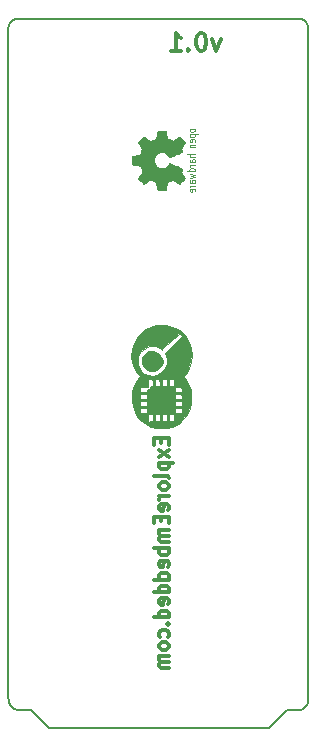
<source format=gbr>
G04 #@! TF.FileFunction,Legend,Bot*
%FSLAX46Y46*%
G04 Gerber Fmt 4.6, Leading zero omitted, Abs format (unit mm)*
G04 Created by KiCad (PCBNEW 4.0.4-stable) date 12/03/16 16:19:23*
%MOMM*%
%LPD*%
G01*
G04 APERTURE LIST*
%ADD10C,0.100000*%
%ADD11C,0.300000*%
%ADD12C,0.150000*%
%ADD13C,0.075000*%
%ADD14C,0.002540*%
G04 APERTURE END LIST*
D10*
D11*
X95310056Y-69071371D02*
X94952913Y-70071371D01*
X94595771Y-69071371D01*
X93738628Y-68571371D02*
X93595771Y-68571371D01*
X93452914Y-68642800D01*
X93381485Y-68714229D01*
X93310056Y-68857086D01*
X93238628Y-69142800D01*
X93238628Y-69499943D01*
X93310056Y-69785657D01*
X93381485Y-69928514D01*
X93452914Y-69999943D01*
X93595771Y-70071371D01*
X93738628Y-70071371D01*
X93881485Y-69999943D01*
X93952914Y-69928514D01*
X94024342Y-69785657D01*
X94095771Y-69499943D01*
X94095771Y-69142800D01*
X94024342Y-68857086D01*
X93952914Y-68714229D01*
X93881485Y-68642800D01*
X93738628Y-68571371D01*
X92595771Y-69928514D02*
X92524343Y-69999943D01*
X92595771Y-70071371D01*
X92667200Y-69999943D01*
X92595771Y-69928514D01*
X92595771Y-70071371D01*
X91095771Y-70071371D02*
X91952914Y-70071371D01*
X91524342Y-70071371D02*
X91524342Y-68571371D01*
X91667199Y-68785657D01*
X91810057Y-68928514D01*
X91952914Y-68999943D01*
D12*
X80807120Y-127451475D02*
X99399920Y-127451475D01*
X80299120Y-126943474D02*
X80807120Y-127451475D01*
X79283120Y-125927474D02*
X80299120Y-126943474D01*
X99907920Y-126943475D02*
X99399920Y-127451475D01*
X100923920Y-125927475D02*
X99907920Y-126943475D01*
X101838320Y-125927474D02*
X100923920Y-125927475D01*
X101838321Y-125927475D02*
G75*
G03X102752720Y-125013074I-1J914400D01*
G01*
X102752720Y-68117075D02*
X102752720Y-125013074D01*
X77352720Y-124860675D02*
X77352720Y-68117075D01*
X79283120Y-125927474D02*
X78216320Y-125927475D01*
X77352719Y-124860674D02*
G75*
G03X78216320Y-125927475I965201J-101600D01*
G01*
X102752719Y-68117074D02*
G75*
G03X101787520Y-67355075I-863599J-101600D01*
G01*
X101787520Y-67355075D02*
X78317921Y-67355075D01*
X78317919Y-67355076D02*
G75*
G03X77352720Y-68117075I-101600J-863599D01*
G01*
D11*
X90287486Y-102909316D02*
X90287486Y-103309316D01*
X90916057Y-103480745D02*
X90916057Y-102909316D01*
X89716057Y-102909316D01*
X89716057Y-103480745D01*
X90916057Y-103880745D02*
X90116057Y-104509316D01*
X90116057Y-103880745D02*
X90916057Y-104509316D01*
X90116057Y-104966459D02*
X91316057Y-104966459D01*
X90173200Y-104966459D02*
X90116057Y-105080745D01*
X90116057Y-105309316D01*
X90173200Y-105423602D01*
X90230343Y-105480745D01*
X90344629Y-105537888D01*
X90687486Y-105537888D01*
X90801771Y-105480745D01*
X90858914Y-105423602D01*
X90916057Y-105309316D01*
X90916057Y-105080745D01*
X90858914Y-104966459D01*
X90916057Y-106223602D02*
X90858914Y-106109316D01*
X90744629Y-106052173D01*
X89716057Y-106052173D01*
X90916057Y-106852173D02*
X90858914Y-106737887D01*
X90801771Y-106680744D01*
X90687486Y-106623601D01*
X90344629Y-106623601D01*
X90230343Y-106680744D01*
X90173200Y-106737887D01*
X90116057Y-106852173D01*
X90116057Y-107023601D01*
X90173200Y-107137887D01*
X90230343Y-107195030D01*
X90344629Y-107252173D01*
X90687486Y-107252173D01*
X90801771Y-107195030D01*
X90858914Y-107137887D01*
X90916057Y-107023601D01*
X90916057Y-106852173D01*
X90916057Y-107766458D02*
X90116057Y-107766458D01*
X90344629Y-107766458D02*
X90230343Y-107823601D01*
X90173200Y-107880744D01*
X90116057Y-107995030D01*
X90116057Y-108109315D01*
X90858914Y-108966458D02*
X90916057Y-108852172D01*
X90916057Y-108623601D01*
X90858914Y-108509315D01*
X90744629Y-108452172D01*
X90287486Y-108452172D01*
X90173200Y-108509315D01*
X90116057Y-108623601D01*
X90116057Y-108852172D01*
X90173200Y-108966458D01*
X90287486Y-109023601D01*
X90401771Y-109023601D01*
X90516057Y-108452172D01*
X90287486Y-109537886D02*
X90287486Y-109937886D01*
X90916057Y-110109315D02*
X90916057Y-109537886D01*
X89716057Y-109537886D01*
X89716057Y-110109315D01*
X90916057Y-110623600D02*
X90116057Y-110623600D01*
X90230343Y-110623600D02*
X90173200Y-110680743D01*
X90116057Y-110795029D01*
X90116057Y-110966457D01*
X90173200Y-111080743D01*
X90287486Y-111137886D01*
X90916057Y-111137886D01*
X90287486Y-111137886D02*
X90173200Y-111195029D01*
X90116057Y-111309315D01*
X90116057Y-111480743D01*
X90173200Y-111595029D01*
X90287486Y-111652172D01*
X90916057Y-111652172D01*
X90916057Y-112223600D02*
X89716057Y-112223600D01*
X90173200Y-112223600D02*
X90116057Y-112337886D01*
X90116057Y-112566457D01*
X90173200Y-112680743D01*
X90230343Y-112737886D01*
X90344629Y-112795029D01*
X90687486Y-112795029D01*
X90801771Y-112737886D01*
X90858914Y-112680743D01*
X90916057Y-112566457D01*
X90916057Y-112337886D01*
X90858914Y-112223600D01*
X90858914Y-113766457D02*
X90916057Y-113652171D01*
X90916057Y-113423600D01*
X90858914Y-113309314D01*
X90744629Y-113252171D01*
X90287486Y-113252171D01*
X90173200Y-113309314D01*
X90116057Y-113423600D01*
X90116057Y-113652171D01*
X90173200Y-113766457D01*
X90287486Y-113823600D01*
X90401771Y-113823600D01*
X90516057Y-113252171D01*
X90916057Y-114852171D02*
X89716057Y-114852171D01*
X90858914Y-114852171D02*
X90916057Y-114737885D01*
X90916057Y-114509314D01*
X90858914Y-114395028D01*
X90801771Y-114337885D01*
X90687486Y-114280742D01*
X90344629Y-114280742D01*
X90230343Y-114337885D01*
X90173200Y-114395028D01*
X90116057Y-114509314D01*
X90116057Y-114737885D01*
X90173200Y-114852171D01*
X90916057Y-115937885D02*
X89716057Y-115937885D01*
X90858914Y-115937885D02*
X90916057Y-115823599D01*
X90916057Y-115595028D01*
X90858914Y-115480742D01*
X90801771Y-115423599D01*
X90687486Y-115366456D01*
X90344629Y-115366456D01*
X90230343Y-115423599D01*
X90173200Y-115480742D01*
X90116057Y-115595028D01*
X90116057Y-115823599D01*
X90173200Y-115937885D01*
X90858914Y-116966456D02*
X90916057Y-116852170D01*
X90916057Y-116623599D01*
X90858914Y-116509313D01*
X90744629Y-116452170D01*
X90287486Y-116452170D01*
X90173200Y-116509313D01*
X90116057Y-116623599D01*
X90116057Y-116852170D01*
X90173200Y-116966456D01*
X90287486Y-117023599D01*
X90401771Y-117023599D01*
X90516057Y-116452170D01*
X90916057Y-118052170D02*
X89716057Y-118052170D01*
X90858914Y-118052170D02*
X90916057Y-117937884D01*
X90916057Y-117709313D01*
X90858914Y-117595027D01*
X90801771Y-117537884D01*
X90687486Y-117480741D01*
X90344629Y-117480741D01*
X90230343Y-117537884D01*
X90173200Y-117595027D01*
X90116057Y-117709313D01*
X90116057Y-117937884D01*
X90173200Y-118052170D01*
X90801771Y-118623598D02*
X90858914Y-118680741D01*
X90916057Y-118623598D01*
X90858914Y-118566455D01*
X90801771Y-118623598D01*
X90916057Y-118623598D01*
X90858914Y-119709313D02*
X90916057Y-119595027D01*
X90916057Y-119366456D01*
X90858914Y-119252170D01*
X90801771Y-119195027D01*
X90687486Y-119137884D01*
X90344629Y-119137884D01*
X90230343Y-119195027D01*
X90173200Y-119252170D01*
X90116057Y-119366456D01*
X90116057Y-119595027D01*
X90173200Y-119709313D01*
X90916057Y-120395027D02*
X90858914Y-120280741D01*
X90801771Y-120223598D01*
X90687486Y-120166455D01*
X90344629Y-120166455D01*
X90230343Y-120223598D01*
X90173200Y-120280741D01*
X90116057Y-120395027D01*
X90116057Y-120566455D01*
X90173200Y-120680741D01*
X90230343Y-120737884D01*
X90344629Y-120795027D01*
X90687486Y-120795027D01*
X90801771Y-120737884D01*
X90858914Y-120680741D01*
X90916057Y-120566455D01*
X90916057Y-120395027D01*
X90916057Y-121309312D02*
X90116057Y-121309312D01*
X90230343Y-121309312D02*
X90173200Y-121366455D01*
X90116057Y-121480741D01*
X90116057Y-121652169D01*
X90173200Y-121766455D01*
X90287486Y-121823598D01*
X90916057Y-121823598D01*
X90287486Y-121823598D02*
X90173200Y-121880741D01*
X90116057Y-121995027D01*
X90116057Y-122166455D01*
X90173200Y-122280741D01*
X90287486Y-122337884D01*
X90916057Y-122337884D01*
D13*
X92688400Y-81509600D02*
X93148400Y-81509600D01*
X92688400Y-81599600D02*
X92688400Y-81649600D01*
X92718400Y-81549600D02*
X92688400Y-81599600D01*
X92738400Y-81529600D02*
X92718400Y-81549600D01*
X92808400Y-81509600D02*
X92738400Y-81529600D01*
X93148400Y-81949600D02*
X93118400Y-81999600D01*
X93148400Y-81849600D02*
X93148400Y-81949600D01*
X93118400Y-81809600D02*
X93148400Y-81849600D01*
X93048400Y-81789600D02*
X93118400Y-81809600D01*
X92778400Y-81789600D02*
X93048400Y-81789600D01*
X92718400Y-81819600D02*
X92778400Y-81789600D01*
X92688400Y-81859600D02*
X92718400Y-81819600D01*
X92688400Y-81959600D02*
X92688400Y-81859600D01*
X92728400Y-81999600D02*
X92688400Y-81959600D01*
X92798400Y-82019600D02*
X92728400Y-81999600D01*
X92918400Y-82019600D02*
X92798400Y-82019600D01*
X92918400Y-82019600D02*
X92918400Y-81789600D01*
X92778400Y-81269600D02*
X93148400Y-81269600D01*
X92718400Y-81239600D02*
X92778400Y-81269600D01*
X92688400Y-81199600D02*
X92718400Y-81239600D01*
X92688400Y-81099600D02*
X92688400Y-81199600D01*
X92718400Y-81049600D02*
X92688400Y-81099600D01*
X92878400Y-81109600D02*
X92908400Y-81059600D01*
X92878400Y-81229600D02*
X92878400Y-81109600D01*
X92848400Y-81269600D02*
X92878400Y-81229600D01*
X93148400Y-81219600D02*
X93108400Y-81269600D01*
X93148400Y-81099600D02*
X93148400Y-81219600D01*
X93108400Y-81049600D02*
X93148400Y-81099600D01*
X93048400Y-81029600D02*
X93108400Y-81049600D01*
X92978400Y-81029600D02*
X93048400Y-81029600D01*
X92908400Y-81059600D02*
X92978400Y-81029600D01*
X92688400Y-80479600D02*
X93148400Y-80579600D01*
X93148400Y-80579600D02*
X92808400Y-80669600D01*
X92808400Y-80669600D02*
X93148400Y-80769600D01*
X93148400Y-80769600D02*
X92688400Y-80869600D01*
X93118400Y-80289600D02*
X93148400Y-80249600D01*
X93148400Y-80249600D02*
X93148400Y-80139600D01*
X93148400Y-80139600D02*
X93118400Y-80099600D01*
X93118400Y-80099600D02*
X93088400Y-80079600D01*
X93088400Y-80079600D02*
X93018400Y-80049600D01*
X93018400Y-80049600D02*
X92818400Y-80049600D01*
X92818400Y-80049600D02*
X92748400Y-80079600D01*
X92748400Y-80079600D02*
X92718400Y-80099600D01*
X92718400Y-80099600D02*
X92678400Y-80159600D01*
X92678400Y-80159600D02*
X92678400Y-80229600D01*
X92678400Y-80229600D02*
X92718400Y-80289600D01*
X92448400Y-80289600D02*
X93148400Y-80289600D01*
X92808400Y-79769600D02*
X92738400Y-79789600D01*
X92738400Y-79789600D02*
X92718400Y-79809600D01*
X92718400Y-79809600D02*
X92688400Y-79859600D01*
X92688400Y-79859600D02*
X92688400Y-79909600D01*
X92688400Y-79769600D02*
X93148400Y-79769600D01*
X92908400Y-79319600D02*
X92978400Y-79289600D01*
X92978400Y-79289600D02*
X93048400Y-79289600D01*
X93048400Y-79289600D02*
X93108400Y-79309600D01*
X93108400Y-79309600D02*
X93148400Y-79359600D01*
X93148400Y-79359600D02*
X93148400Y-79479600D01*
X93148400Y-79479600D02*
X93108400Y-79529600D01*
X92848400Y-79529600D02*
X92878400Y-79489600D01*
X92878400Y-79489600D02*
X92878400Y-79369600D01*
X92878400Y-79369600D02*
X92908400Y-79319600D01*
X92718400Y-79309600D02*
X92688400Y-79359600D01*
X92688400Y-79359600D02*
X92688400Y-79459600D01*
X92688400Y-79459600D02*
X92718400Y-79499600D01*
X92718400Y-79499600D02*
X92778400Y-79529600D01*
X92778400Y-79529600D02*
X93148400Y-79529600D01*
X92758400Y-78859600D02*
X92718400Y-78879600D01*
X92718400Y-78879600D02*
X92688400Y-78929600D01*
X92688400Y-78929600D02*
X92688400Y-79009600D01*
X92688400Y-79009600D02*
X92718400Y-79049600D01*
X92718400Y-79049600D02*
X92778400Y-79069600D01*
X92778400Y-79069600D02*
X93148400Y-79069600D01*
X92448400Y-78859600D02*
X93148400Y-78859600D01*
X92918400Y-77809600D02*
X92918400Y-77579600D01*
X92748400Y-78029600D02*
X92718400Y-78049600D01*
X92718400Y-78049600D02*
X92688400Y-78089600D01*
X92688400Y-78089600D02*
X92688400Y-78179600D01*
X92688400Y-78179600D02*
X92718400Y-78219600D01*
X92718400Y-78219600D02*
X92778400Y-78239600D01*
X92778400Y-78239600D02*
X93148400Y-78239600D01*
X92688400Y-78029600D02*
X93148400Y-78029600D01*
X92918400Y-77809600D02*
X92798400Y-77809600D01*
X92798400Y-77809600D02*
X92728400Y-77789600D01*
X92728400Y-77789600D02*
X92688400Y-77749600D01*
X92688400Y-77749600D02*
X92688400Y-77649600D01*
X92688400Y-77649600D02*
X92718400Y-77609600D01*
X92718400Y-77609600D02*
X92778400Y-77579600D01*
X92778400Y-77579600D02*
X93048400Y-77579600D01*
X93048400Y-77579600D02*
X93118400Y-77599600D01*
X93118400Y-77599600D02*
X93148400Y-77639600D01*
X93148400Y-77639600D02*
X93148400Y-77739600D01*
X93148400Y-77739600D02*
X93118400Y-77789600D01*
X92718400Y-77149600D02*
X92688400Y-77189600D01*
X92688400Y-77189600D02*
X92688400Y-77289600D01*
X92688400Y-77289600D02*
X92718400Y-77329600D01*
X92718400Y-77329600D02*
X92748400Y-77359600D01*
X92748400Y-77359600D02*
X92808400Y-77379600D01*
X92808400Y-77379600D02*
X93028400Y-77379600D01*
X93028400Y-77379600D02*
X93088400Y-77359600D01*
X93088400Y-77359600D02*
X93118400Y-77339600D01*
X93118400Y-77339600D02*
X93148400Y-77299600D01*
X93148400Y-77299600D02*
X93148400Y-77199600D01*
X93148400Y-77199600D02*
X93118400Y-77149600D01*
X93388400Y-77149600D02*
X92688400Y-77149600D01*
X92688400Y-76839600D02*
X92688400Y-76759600D01*
X92688400Y-76759600D02*
X92718400Y-76719600D01*
X92718400Y-76719600D02*
X92748400Y-76699600D01*
X92748400Y-76699600D02*
X92818400Y-76669600D01*
X93148400Y-76759600D02*
X93148400Y-76839600D01*
X93148400Y-76839600D02*
X93118400Y-76889600D01*
X93118400Y-76889600D02*
X93088400Y-76909600D01*
X93088400Y-76909600D02*
X93018400Y-76929600D01*
X93018400Y-76929600D02*
X92818400Y-76929600D01*
X92818400Y-76929600D02*
X92758400Y-76909600D01*
X92758400Y-76909600D02*
X92728400Y-76889600D01*
X92728400Y-76889600D02*
X92688400Y-76839600D01*
X92818400Y-76669600D02*
X93018400Y-76669600D01*
X93018400Y-76669600D02*
X93078400Y-76689600D01*
X93078400Y-76689600D02*
X93108400Y-76709600D01*
X93108400Y-76709600D02*
X93148400Y-76759600D01*
D14*
G36*
X92313760Y-77835760D02*
X92298520Y-77861160D01*
X92262960Y-77919580D01*
X92207080Y-78003400D01*
X92141040Y-78102460D01*
X92075000Y-78201520D01*
X92021660Y-78282800D01*
X91983560Y-78338680D01*
X91970860Y-78364080D01*
X91975940Y-78376780D01*
X91998800Y-78422500D01*
X92034360Y-78491080D01*
X92054680Y-78531720D01*
X92080080Y-78592680D01*
X92087700Y-78625700D01*
X92077540Y-78630780D01*
X92029280Y-78653640D01*
X91948000Y-78689200D01*
X91838780Y-78734920D01*
X91711780Y-78790800D01*
X91577160Y-78846680D01*
X91437460Y-78905100D01*
X91302840Y-78960980D01*
X91183460Y-79009240D01*
X91086940Y-79049880D01*
X91018360Y-79075280D01*
X90990420Y-79085440D01*
X90982800Y-79082900D01*
X90952320Y-79049880D01*
X90911680Y-78996540D01*
X90815160Y-78877160D01*
X90670380Y-78760320D01*
X90505280Y-78689200D01*
X90319860Y-78666340D01*
X90149680Y-78686660D01*
X89987120Y-78752700D01*
X89839800Y-78867000D01*
X89730580Y-79006700D01*
X89662000Y-79169260D01*
X89639140Y-79349600D01*
X89659460Y-79522320D01*
X89725500Y-79689960D01*
X89837260Y-79837280D01*
X89908380Y-79900780D01*
X90058240Y-79987140D01*
X90215720Y-80035400D01*
X90256360Y-80040480D01*
X90431620Y-80032860D01*
X90601800Y-79982060D01*
X90751660Y-79888080D01*
X90876120Y-79758540D01*
X90886280Y-79743300D01*
X90932000Y-79684880D01*
X90962480Y-79644240D01*
X90987880Y-79613760D01*
X91526360Y-79837280D01*
X91610180Y-79872840D01*
X91757500Y-79933800D01*
X91884500Y-79987140D01*
X91986100Y-80030320D01*
X92052140Y-80060800D01*
X92080080Y-80073500D01*
X92082620Y-80073500D01*
X92085160Y-80093820D01*
X92069920Y-80134460D01*
X92034360Y-80210660D01*
X92008960Y-80258920D01*
X91981020Y-80317340D01*
X91970860Y-80342740D01*
X91983560Y-80365600D01*
X92019120Y-80418940D01*
X92072460Y-80500220D01*
X92135960Y-80596740D01*
X92199460Y-80688180D01*
X92255340Y-80772000D01*
X92293440Y-80832960D01*
X92311220Y-80863440D01*
X92311220Y-80868520D01*
X92295980Y-80893920D01*
X92255340Y-80942180D01*
X92186760Y-81015840D01*
X92082620Y-81119980D01*
X92067380Y-81135220D01*
X91981020Y-81221580D01*
X91907360Y-81290160D01*
X91856560Y-81335880D01*
X91833700Y-81353660D01*
X91833700Y-81353660D01*
X91803220Y-81338420D01*
X91742260Y-81300320D01*
X91655900Y-81244440D01*
X91556840Y-81175860D01*
X91297760Y-80998060D01*
X91053920Y-81094580D01*
X90977720Y-81125060D01*
X90888820Y-81163160D01*
X90822780Y-81191100D01*
X90794840Y-81206340D01*
X90784680Y-81231740D01*
X90769440Y-81300320D01*
X90749120Y-81396840D01*
X90728800Y-81511140D01*
X90708480Y-81622900D01*
X90688160Y-81721960D01*
X90675460Y-81793080D01*
X90667840Y-81826100D01*
X90662760Y-81833720D01*
X90647520Y-81841340D01*
X90614500Y-81843880D01*
X90553540Y-81846420D01*
X90459560Y-81848960D01*
X90319860Y-81848960D01*
X90304620Y-81848960D01*
X90175080Y-81846420D01*
X90068400Y-81843880D01*
X90002360Y-81841340D01*
X89974420Y-81836260D01*
X89974420Y-81836260D01*
X89966800Y-81805780D01*
X89951560Y-81734660D01*
X89933780Y-81635600D01*
X89910920Y-81516220D01*
X89908380Y-81508600D01*
X89885520Y-81391760D01*
X89865200Y-81292700D01*
X89849960Y-81221580D01*
X89839800Y-81193640D01*
X89832180Y-81186020D01*
X89786460Y-81163160D01*
X89712800Y-81130140D01*
X89623900Y-81089500D01*
X89529920Y-81051400D01*
X89446100Y-81018380D01*
X89385140Y-80995520D01*
X89357200Y-80987900D01*
X89354660Y-80990440D01*
X89326720Y-81008220D01*
X89265760Y-81048860D01*
X89181940Y-81104740D01*
X89080340Y-81173320D01*
X89072720Y-81178400D01*
X88973660Y-81246980D01*
X88887300Y-81302860D01*
X88828880Y-81338420D01*
X88800940Y-81353660D01*
X88798400Y-81353660D01*
X88767920Y-81330800D01*
X88712040Y-81280000D01*
X88635840Y-81206340D01*
X88546940Y-81119980D01*
X88521540Y-81092040D01*
X88425020Y-80992980D01*
X88364060Y-80926940D01*
X88331040Y-80883760D01*
X88323420Y-80863440D01*
X88323420Y-80863440D01*
X88341200Y-80832960D01*
X88381840Y-80769460D01*
X88440260Y-80685640D01*
X88508840Y-80584040D01*
X88513920Y-80576420D01*
X88582500Y-80477360D01*
X88638380Y-80393540D01*
X88679020Y-80335120D01*
X88694260Y-80307180D01*
X88694260Y-80304640D01*
X88681560Y-80264000D01*
X88656160Y-80192880D01*
X88623140Y-80103980D01*
X88585040Y-80012540D01*
X88549480Y-79928720D01*
X88521540Y-79865220D01*
X88503760Y-79834740D01*
X88503760Y-79834740D01*
X88468200Y-79824580D01*
X88392000Y-79806800D01*
X88290400Y-79786480D01*
X88168480Y-79761080D01*
X88148160Y-79758540D01*
X88028780Y-79735680D01*
X87929720Y-79717900D01*
X87861140Y-79702660D01*
X87833200Y-79695040D01*
X87830660Y-79679800D01*
X87825580Y-79621380D01*
X87823040Y-79532480D01*
X87823040Y-79423260D01*
X87823040Y-79311500D01*
X87825580Y-79202280D01*
X87828120Y-79108300D01*
X87833200Y-79039720D01*
X87838280Y-79011780D01*
X87840820Y-79011780D01*
X87878920Y-79001620D01*
X87952580Y-78983840D01*
X88056720Y-78963520D01*
X88178640Y-78940660D01*
X88201500Y-78935580D01*
X88318340Y-78912720D01*
X88417400Y-78892400D01*
X88483440Y-78879700D01*
X88511380Y-78872080D01*
X88516460Y-78859380D01*
X88536780Y-78811120D01*
X88569800Y-78732380D01*
X88610440Y-78633320D01*
X88701880Y-78404720D01*
X88511380Y-78122780D01*
X88493600Y-78097380D01*
X88425020Y-77995780D01*
X88369140Y-77914500D01*
X88331040Y-77856080D01*
X88318340Y-77833220D01*
X88318340Y-77830680D01*
X88343740Y-77802740D01*
X88397080Y-77746860D01*
X88470740Y-77670660D01*
X88557100Y-77581760D01*
X88623140Y-77518260D01*
X88701880Y-77439520D01*
X88755220Y-77391260D01*
X88788240Y-77363320D01*
X88808560Y-77355700D01*
X88823800Y-77358240D01*
X88851740Y-77376020D01*
X88912700Y-77416660D01*
X88999060Y-77475080D01*
X89098120Y-77543660D01*
X89181940Y-77599540D01*
X89275920Y-77660500D01*
X89341960Y-77698600D01*
X89374980Y-77713840D01*
X89387680Y-77708760D01*
X89443560Y-77690980D01*
X89527380Y-77655420D01*
X89626440Y-77614780D01*
X89847420Y-77515720D01*
X89875360Y-77370940D01*
X89893140Y-77282040D01*
X89916000Y-77160120D01*
X89938860Y-77040740D01*
X89974420Y-76857860D01*
X90650060Y-76850240D01*
X90662760Y-76878180D01*
X90670380Y-76906120D01*
X90685620Y-76974700D01*
X90705940Y-77071220D01*
X90726260Y-77188060D01*
X90744040Y-77284580D01*
X90764360Y-77383640D01*
X90777060Y-77454760D01*
X90784680Y-77485240D01*
X90794840Y-77495400D01*
X90843100Y-77518260D01*
X90919300Y-77553820D01*
X91010740Y-77594460D01*
X91104720Y-77632560D01*
X91193620Y-77668120D01*
X91259660Y-77690980D01*
X91292680Y-77701140D01*
X91320620Y-77688440D01*
X91379040Y-77650340D01*
X91460320Y-77597000D01*
X91559380Y-77528420D01*
X91655900Y-77462380D01*
X91739720Y-77403960D01*
X91800680Y-77365860D01*
X91828620Y-77348080D01*
X91846400Y-77358240D01*
X91894660Y-77396340D01*
X91970860Y-77470000D01*
X92080080Y-77581760D01*
X92097860Y-77599540D01*
X92181680Y-77685900D01*
X92250260Y-77759560D01*
X92295980Y-77812900D01*
X92313760Y-77835760D01*
X92313760Y-77835760D01*
G37*
X92313760Y-77835760D02*
X92298520Y-77861160D01*
X92262960Y-77919580D01*
X92207080Y-78003400D01*
X92141040Y-78102460D01*
X92075000Y-78201520D01*
X92021660Y-78282800D01*
X91983560Y-78338680D01*
X91970860Y-78364080D01*
X91975940Y-78376780D01*
X91998800Y-78422500D01*
X92034360Y-78491080D01*
X92054680Y-78531720D01*
X92080080Y-78592680D01*
X92087700Y-78625700D01*
X92077540Y-78630780D01*
X92029280Y-78653640D01*
X91948000Y-78689200D01*
X91838780Y-78734920D01*
X91711780Y-78790800D01*
X91577160Y-78846680D01*
X91437460Y-78905100D01*
X91302840Y-78960980D01*
X91183460Y-79009240D01*
X91086940Y-79049880D01*
X91018360Y-79075280D01*
X90990420Y-79085440D01*
X90982800Y-79082900D01*
X90952320Y-79049880D01*
X90911680Y-78996540D01*
X90815160Y-78877160D01*
X90670380Y-78760320D01*
X90505280Y-78689200D01*
X90319860Y-78666340D01*
X90149680Y-78686660D01*
X89987120Y-78752700D01*
X89839800Y-78867000D01*
X89730580Y-79006700D01*
X89662000Y-79169260D01*
X89639140Y-79349600D01*
X89659460Y-79522320D01*
X89725500Y-79689960D01*
X89837260Y-79837280D01*
X89908380Y-79900780D01*
X90058240Y-79987140D01*
X90215720Y-80035400D01*
X90256360Y-80040480D01*
X90431620Y-80032860D01*
X90601800Y-79982060D01*
X90751660Y-79888080D01*
X90876120Y-79758540D01*
X90886280Y-79743300D01*
X90932000Y-79684880D01*
X90962480Y-79644240D01*
X90987880Y-79613760D01*
X91526360Y-79837280D01*
X91610180Y-79872840D01*
X91757500Y-79933800D01*
X91884500Y-79987140D01*
X91986100Y-80030320D01*
X92052140Y-80060800D01*
X92080080Y-80073500D01*
X92082620Y-80073500D01*
X92085160Y-80093820D01*
X92069920Y-80134460D01*
X92034360Y-80210660D01*
X92008960Y-80258920D01*
X91981020Y-80317340D01*
X91970860Y-80342740D01*
X91983560Y-80365600D01*
X92019120Y-80418940D01*
X92072460Y-80500220D01*
X92135960Y-80596740D01*
X92199460Y-80688180D01*
X92255340Y-80772000D01*
X92293440Y-80832960D01*
X92311220Y-80863440D01*
X92311220Y-80868520D01*
X92295980Y-80893920D01*
X92255340Y-80942180D01*
X92186760Y-81015840D01*
X92082620Y-81119980D01*
X92067380Y-81135220D01*
X91981020Y-81221580D01*
X91907360Y-81290160D01*
X91856560Y-81335880D01*
X91833700Y-81353660D01*
X91833700Y-81353660D01*
X91803220Y-81338420D01*
X91742260Y-81300320D01*
X91655900Y-81244440D01*
X91556840Y-81175860D01*
X91297760Y-80998060D01*
X91053920Y-81094580D01*
X90977720Y-81125060D01*
X90888820Y-81163160D01*
X90822780Y-81191100D01*
X90794840Y-81206340D01*
X90784680Y-81231740D01*
X90769440Y-81300320D01*
X90749120Y-81396840D01*
X90728800Y-81511140D01*
X90708480Y-81622900D01*
X90688160Y-81721960D01*
X90675460Y-81793080D01*
X90667840Y-81826100D01*
X90662760Y-81833720D01*
X90647520Y-81841340D01*
X90614500Y-81843880D01*
X90553540Y-81846420D01*
X90459560Y-81848960D01*
X90319860Y-81848960D01*
X90304620Y-81848960D01*
X90175080Y-81846420D01*
X90068400Y-81843880D01*
X90002360Y-81841340D01*
X89974420Y-81836260D01*
X89974420Y-81836260D01*
X89966800Y-81805780D01*
X89951560Y-81734660D01*
X89933780Y-81635600D01*
X89910920Y-81516220D01*
X89908380Y-81508600D01*
X89885520Y-81391760D01*
X89865200Y-81292700D01*
X89849960Y-81221580D01*
X89839800Y-81193640D01*
X89832180Y-81186020D01*
X89786460Y-81163160D01*
X89712800Y-81130140D01*
X89623900Y-81089500D01*
X89529920Y-81051400D01*
X89446100Y-81018380D01*
X89385140Y-80995520D01*
X89357200Y-80987900D01*
X89354660Y-80990440D01*
X89326720Y-81008220D01*
X89265760Y-81048860D01*
X89181940Y-81104740D01*
X89080340Y-81173320D01*
X89072720Y-81178400D01*
X88973660Y-81246980D01*
X88887300Y-81302860D01*
X88828880Y-81338420D01*
X88800940Y-81353660D01*
X88798400Y-81353660D01*
X88767920Y-81330800D01*
X88712040Y-81280000D01*
X88635840Y-81206340D01*
X88546940Y-81119980D01*
X88521540Y-81092040D01*
X88425020Y-80992980D01*
X88364060Y-80926940D01*
X88331040Y-80883760D01*
X88323420Y-80863440D01*
X88323420Y-80863440D01*
X88341200Y-80832960D01*
X88381840Y-80769460D01*
X88440260Y-80685640D01*
X88508840Y-80584040D01*
X88513920Y-80576420D01*
X88582500Y-80477360D01*
X88638380Y-80393540D01*
X88679020Y-80335120D01*
X88694260Y-80307180D01*
X88694260Y-80304640D01*
X88681560Y-80264000D01*
X88656160Y-80192880D01*
X88623140Y-80103980D01*
X88585040Y-80012540D01*
X88549480Y-79928720D01*
X88521540Y-79865220D01*
X88503760Y-79834740D01*
X88503760Y-79834740D01*
X88468200Y-79824580D01*
X88392000Y-79806800D01*
X88290400Y-79786480D01*
X88168480Y-79761080D01*
X88148160Y-79758540D01*
X88028780Y-79735680D01*
X87929720Y-79717900D01*
X87861140Y-79702660D01*
X87833200Y-79695040D01*
X87830660Y-79679800D01*
X87825580Y-79621380D01*
X87823040Y-79532480D01*
X87823040Y-79423260D01*
X87823040Y-79311500D01*
X87825580Y-79202280D01*
X87828120Y-79108300D01*
X87833200Y-79039720D01*
X87838280Y-79011780D01*
X87840820Y-79011780D01*
X87878920Y-79001620D01*
X87952580Y-78983840D01*
X88056720Y-78963520D01*
X88178640Y-78940660D01*
X88201500Y-78935580D01*
X88318340Y-78912720D01*
X88417400Y-78892400D01*
X88483440Y-78879700D01*
X88511380Y-78872080D01*
X88516460Y-78859380D01*
X88536780Y-78811120D01*
X88569800Y-78732380D01*
X88610440Y-78633320D01*
X88701880Y-78404720D01*
X88511380Y-78122780D01*
X88493600Y-78097380D01*
X88425020Y-77995780D01*
X88369140Y-77914500D01*
X88331040Y-77856080D01*
X88318340Y-77833220D01*
X88318340Y-77830680D01*
X88343740Y-77802740D01*
X88397080Y-77746860D01*
X88470740Y-77670660D01*
X88557100Y-77581760D01*
X88623140Y-77518260D01*
X88701880Y-77439520D01*
X88755220Y-77391260D01*
X88788240Y-77363320D01*
X88808560Y-77355700D01*
X88823800Y-77358240D01*
X88851740Y-77376020D01*
X88912700Y-77416660D01*
X88999060Y-77475080D01*
X89098120Y-77543660D01*
X89181940Y-77599540D01*
X89275920Y-77660500D01*
X89341960Y-77698600D01*
X89374980Y-77713840D01*
X89387680Y-77708760D01*
X89443560Y-77690980D01*
X89527380Y-77655420D01*
X89626440Y-77614780D01*
X89847420Y-77515720D01*
X89875360Y-77370940D01*
X89893140Y-77282040D01*
X89916000Y-77160120D01*
X89938860Y-77040740D01*
X89974420Y-76857860D01*
X90650060Y-76850240D01*
X90662760Y-76878180D01*
X90670380Y-76906120D01*
X90685620Y-76974700D01*
X90705940Y-77071220D01*
X90726260Y-77188060D01*
X90744040Y-77284580D01*
X90764360Y-77383640D01*
X90777060Y-77454760D01*
X90784680Y-77485240D01*
X90794840Y-77495400D01*
X90843100Y-77518260D01*
X90919300Y-77553820D01*
X91010740Y-77594460D01*
X91104720Y-77632560D01*
X91193620Y-77668120D01*
X91259660Y-77690980D01*
X91292680Y-77701140D01*
X91320620Y-77688440D01*
X91379040Y-77650340D01*
X91460320Y-77597000D01*
X91559380Y-77528420D01*
X91655900Y-77462380D01*
X91739720Y-77403960D01*
X91800680Y-77365860D01*
X91828620Y-77348080D01*
X91846400Y-77358240D01*
X91894660Y-77396340D01*
X91970860Y-77470000D01*
X92080080Y-77581760D01*
X92097860Y-77599540D01*
X92181680Y-77685900D01*
X92250260Y-77759560D01*
X92295980Y-77812900D01*
X92313760Y-77835760D01*
G36*
X90335100Y-102021640D02*
X90662760Y-102014020D01*
X90896440Y-101998780D01*
X91076780Y-101963220D01*
X91241880Y-101907340D01*
X91335860Y-101864160D01*
X91836240Y-101564440D01*
X91925140Y-101480620D01*
X89174320Y-101480620D01*
X89174320Y-101152960D01*
X89176860Y-100959920D01*
X89202260Y-100865940D01*
X89268300Y-100830380D01*
X89357200Y-100825300D01*
X89519760Y-100843080D01*
X89598500Y-100911660D01*
X89616280Y-101061520D01*
X89611200Y-101178360D01*
X89590880Y-101346000D01*
X89537540Y-101427280D01*
X89420700Y-101455220D01*
X89382600Y-101460300D01*
X89174320Y-101480620D01*
X91925140Y-101480620D01*
X91935300Y-101473000D01*
X91366340Y-101473000D01*
X91142820Y-101473000D01*
X90916760Y-101473000D01*
X90787220Y-101473000D01*
X90561160Y-101473000D01*
X90335100Y-101473000D01*
X90205560Y-101473000D01*
X89982040Y-101473000D01*
X89755980Y-101473000D01*
X89755980Y-101150420D01*
X89755980Y-100825300D01*
X89982040Y-100825300D01*
X90205560Y-100825300D01*
X90205560Y-101150420D01*
X90205560Y-101473000D01*
X90335100Y-101473000D01*
X90335100Y-101150420D01*
X90335100Y-100825300D01*
X90561160Y-100825300D01*
X90787220Y-100825300D01*
X90787220Y-101150420D01*
X90787220Y-101473000D01*
X90916760Y-101473000D01*
X90916760Y-101150420D01*
X90916760Y-100825300D01*
X91142820Y-100825300D01*
X91366340Y-100825300D01*
X91366340Y-101150420D01*
X91366340Y-101473000D01*
X91935300Y-101473000D01*
X92235020Y-101191060D01*
X92522040Y-100761800D01*
X91724480Y-100761800D01*
X89110820Y-100761800D01*
X88783160Y-100761800D01*
X88455500Y-100761800D01*
X88475820Y-100553520D01*
X88496140Y-100426520D01*
X88552020Y-100360480D01*
X88676480Y-100332540D01*
X88803480Y-100322380D01*
X89110820Y-100304600D01*
X89110820Y-100533200D01*
X89110820Y-100761800D01*
X91724480Y-100761800D01*
X91544140Y-100756720D01*
X91460320Y-100723700D01*
X91432380Y-100637340D01*
X91432380Y-100535740D01*
X91437460Y-100396040D01*
X91478100Y-100332540D01*
X91592400Y-100312220D01*
X91724480Y-100312220D01*
X91902280Y-100314760D01*
X91983560Y-100347780D01*
X92011500Y-100434140D01*
X92014040Y-100535740D01*
X92006420Y-100675440D01*
X91965780Y-100741480D01*
X91851480Y-100759260D01*
X91724480Y-100761800D01*
X92522040Y-100761800D01*
X92544900Y-100731320D01*
X92722700Y-100330000D01*
X92765880Y-100182680D01*
X91724480Y-100182680D01*
X89110820Y-100182680D01*
X88788240Y-100182680D01*
X88463120Y-100182680D01*
X88463120Y-99956620D01*
X88463120Y-99730560D01*
X88788240Y-99730560D01*
X89110820Y-99730560D01*
X89110820Y-99956620D01*
X89110820Y-100182680D01*
X91724480Y-100182680D01*
X91544140Y-100175060D01*
X91460320Y-100142040D01*
X91432380Y-100055680D01*
X91432380Y-99956620D01*
X91437460Y-99816920D01*
X91478100Y-99750880D01*
X91592400Y-99730560D01*
X91724480Y-99730560D01*
X91902280Y-99735640D01*
X91983560Y-99768660D01*
X92011500Y-99855020D01*
X92014040Y-99956620D01*
X92006420Y-100093780D01*
X91965780Y-100159820D01*
X91851480Y-100180140D01*
X91724480Y-100182680D01*
X92765880Y-100182680D01*
X92796360Y-100093780D01*
X92837000Y-99882960D01*
X92847160Y-99636580D01*
X92844620Y-99585780D01*
X91724480Y-99585780D01*
X91544140Y-99580700D01*
X91503500Y-99568000D01*
X88897460Y-99568000D01*
X88788240Y-99568000D01*
X88607900Y-99562920D01*
X88519000Y-99527360D01*
X88485980Y-99438460D01*
X88475820Y-99359720D01*
X88455500Y-99151440D01*
X88788240Y-99151440D01*
X89118440Y-99151440D01*
X89095580Y-99359720D01*
X89077800Y-99489260D01*
X89024460Y-99547680D01*
X88897460Y-99568000D01*
X91503500Y-99568000D01*
X91460320Y-99552760D01*
X91432380Y-99466400D01*
X91432380Y-99369880D01*
X91437460Y-99232720D01*
X91480640Y-99169220D01*
X91594940Y-99151440D01*
X91724480Y-99151440D01*
X91902280Y-99153980D01*
X91983560Y-99187000D01*
X92011500Y-99273360D01*
X92014040Y-99364800D01*
X92006420Y-99496880D01*
X91960700Y-99560380D01*
X91846400Y-99580700D01*
X91724480Y-99585780D01*
X92844620Y-99585780D01*
X92839540Y-99354640D01*
X92816680Y-99034600D01*
X92803980Y-98973640D01*
X91854020Y-98973640D01*
X91821000Y-98971100D01*
X88544400Y-98971100D01*
X88506300Y-98927920D01*
X88478360Y-98798380D01*
X88478360Y-98783140D01*
X88455500Y-98574860D01*
X88828880Y-98557080D01*
X89202260Y-98536760D01*
X89199720Y-98503740D01*
X88884760Y-98503740D01*
X88625680Y-98503740D01*
X88592660Y-98473260D01*
X88625680Y-98440240D01*
X88656160Y-98473260D01*
X88625680Y-98503740D01*
X88884760Y-98503740D01*
X88851740Y-98473260D01*
X88884760Y-98440240D01*
X88917780Y-98473260D01*
X88884760Y-98503740D01*
X89199720Y-98503740D01*
X89181940Y-98198940D01*
X89174320Y-98000820D01*
X89192100Y-97899220D01*
X89250520Y-97863660D01*
X89357200Y-97858580D01*
X89481660Y-97868740D01*
X89542620Y-97924620D01*
X89568020Y-98061780D01*
X89573100Y-98132900D01*
X89583260Y-98343720D01*
X89568020Y-98455480D01*
X89514680Y-98498660D01*
X89461340Y-98503740D01*
X89380060Y-98531680D01*
X89374980Y-98552000D01*
X89369900Y-98701860D01*
X89288620Y-98752660D01*
X89237820Y-98742500D01*
X89136220Y-98745040D01*
X89110820Y-98833940D01*
X89085420Y-98915220D01*
X88991440Y-98948240D01*
X88851740Y-98955860D01*
X88673940Y-98958400D01*
X88559640Y-98968560D01*
X88544400Y-98971100D01*
X91821000Y-98971100D01*
X91724480Y-98966020D01*
X91544140Y-98945700D01*
X91457780Y-98902520D01*
X91432380Y-98816160D01*
X91432380Y-98755200D01*
X91440000Y-98640900D01*
X91490800Y-98587560D01*
X91617800Y-98569780D01*
X91724480Y-98569780D01*
X91902280Y-98572320D01*
X91983560Y-98605340D01*
X92011500Y-98691700D01*
X92014040Y-98778060D01*
X92006420Y-98905060D01*
X91965780Y-98963480D01*
X91854020Y-98973640D01*
X92803980Y-98973640D01*
X92776040Y-98793300D01*
X92704920Y-98572320D01*
X92674440Y-98511360D01*
X89755980Y-98511360D01*
X89755980Y-98186240D01*
X89758520Y-97993200D01*
X89783920Y-97896680D01*
X89849960Y-97863660D01*
X89941400Y-97858580D01*
X90073480Y-97876360D01*
X90142060Y-97950020D01*
X90170000Y-98102420D01*
X90167460Y-98272600D01*
X90144600Y-98414840D01*
X90065860Y-98475800D01*
X89959180Y-98491040D01*
X89755980Y-98511360D01*
X92674440Y-98511360D01*
X92659200Y-98473260D01*
X91142820Y-98473260D01*
X90561160Y-98473260D01*
X90444320Y-98463100D01*
X90383360Y-98414840D01*
X90357960Y-98290380D01*
X90347800Y-98165920D01*
X90327480Y-97858580D01*
X90561160Y-97858580D01*
X90794840Y-97858580D01*
X90774520Y-98165920D01*
X90756740Y-98351340D01*
X90721180Y-98440240D01*
X90642440Y-98468180D01*
X90561160Y-98473260D01*
X91142820Y-98473260D01*
X91023440Y-98463100D01*
X90965020Y-98414840D01*
X90937080Y-98290380D01*
X90926920Y-98165920D01*
X90909140Y-97858580D01*
X91142820Y-97858580D01*
X91373960Y-97858580D01*
X91356180Y-98165920D01*
X91338400Y-98351340D01*
X91300300Y-98440240D01*
X91221560Y-98468180D01*
X91142820Y-98473260D01*
X92659200Y-98473260D01*
X92608400Y-98361500D01*
X92486480Y-98135440D01*
X92367100Y-97947480D01*
X92275660Y-97833180D01*
X92209620Y-97762060D01*
X92194380Y-97696020D01*
X92235020Y-97602040D01*
X89542620Y-97602040D01*
X89192100Y-97558860D01*
X88859360Y-97414080D01*
X88567260Y-97167700D01*
X88458040Y-97030540D01*
X88371680Y-96880680D01*
X88323420Y-96718120D01*
X88305640Y-96497140D01*
X88303100Y-96337120D01*
X88308180Y-96083120D01*
X88331040Y-95910400D01*
X88389460Y-95775780D01*
X88491060Y-95636080D01*
X88501220Y-95623380D01*
X88722200Y-95404940D01*
X88996520Y-95227140D01*
X89275920Y-95112840D01*
X89461340Y-95084900D01*
X89722960Y-95112840D01*
X89982040Y-95181420D01*
X90185240Y-95280480D01*
X90243660Y-95326200D01*
X90324940Y-95392240D01*
X90390980Y-95366840D01*
X90464640Y-95272860D01*
X90556080Y-95171260D01*
X90721180Y-95003620D01*
X90934540Y-94795340D01*
X91178380Y-94566740D01*
X91208860Y-94538800D01*
X91836240Y-93962220D01*
X91960700Y-94117160D01*
X92087700Y-94272100D01*
X91648280Y-94696280D01*
X91406980Y-94922340D01*
X91163140Y-95150940D01*
X90949780Y-95341440D01*
X90898980Y-95384620D01*
X90591640Y-95648780D01*
X90690700Y-95879920D01*
X90779600Y-96255840D01*
X90744040Y-96639380D01*
X90688160Y-96812100D01*
X90484960Y-97149920D01*
X90210640Y-97393760D01*
X89890600Y-97546160D01*
X89542620Y-97602040D01*
X92235020Y-97602040D01*
X92237560Y-97599500D01*
X92349320Y-97434400D01*
X92364560Y-97419160D01*
X92626180Y-96946720D01*
X92791280Y-96423480D01*
X92857320Y-95879920D01*
X92819220Y-95349060D01*
X92710000Y-94955360D01*
X92450920Y-94442280D01*
X92102940Y-94010480D01*
X91678760Y-93675200D01*
X91193620Y-93438980D01*
X90665300Y-93309440D01*
X90101420Y-93296740D01*
X89806780Y-93339920D01*
X89387680Y-93451680D01*
X89029540Y-93624400D01*
X88689180Y-93878400D01*
X88559640Y-93995240D01*
X88216740Y-94401640D01*
X87965280Y-94871540D01*
X87817960Y-95379540D01*
X87767160Y-95905320D01*
X87820500Y-96426020D01*
X87975440Y-96923860D01*
X88234520Y-97373440D01*
X88315800Y-97475040D01*
X88473280Y-97663000D01*
X88315800Y-97873820D01*
X88031320Y-98338640D01*
X87850980Y-98856800D01*
X87807800Y-99077780D01*
X87772240Y-99639120D01*
X87861140Y-100180140D01*
X88056720Y-100685600D01*
X88356440Y-101137720D01*
X88755220Y-101521260D01*
X89235280Y-101818440D01*
X89237820Y-101820980D01*
X89441020Y-101912420D01*
X89611200Y-101970840D01*
X89791540Y-102003860D01*
X90017600Y-102016560D01*
X90335100Y-102021640D01*
X90335100Y-102021640D01*
X90335100Y-102021640D01*
G37*
X90335100Y-102021640D02*
X90662760Y-102014020D01*
X90896440Y-101998780D01*
X91076780Y-101963220D01*
X91241880Y-101907340D01*
X91335860Y-101864160D01*
X91836240Y-101564440D01*
X91925140Y-101480620D01*
X89174320Y-101480620D01*
X89174320Y-101152960D01*
X89176860Y-100959920D01*
X89202260Y-100865940D01*
X89268300Y-100830380D01*
X89357200Y-100825300D01*
X89519760Y-100843080D01*
X89598500Y-100911660D01*
X89616280Y-101061520D01*
X89611200Y-101178360D01*
X89590880Y-101346000D01*
X89537540Y-101427280D01*
X89420700Y-101455220D01*
X89382600Y-101460300D01*
X89174320Y-101480620D01*
X91925140Y-101480620D01*
X91935300Y-101473000D01*
X91366340Y-101473000D01*
X91142820Y-101473000D01*
X90916760Y-101473000D01*
X90787220Y-101473000D01*
X90561160Y-101473000D01*
X90335100Y-101473000D01*
X90205560Y-101473000D01*
X89982040Y-101473000D01*
X89755980Y-101473000D01*
X89755980Y-101150420D01*
X89755980Y-100825300D01*
X89982040Y-100825300D01*
X90205560Y-100825300D01*
X90205560Y-101150420D01*
X90205560Y-101473000D01*
X90335100Y-101473000D01*
X90335100Y-101150420D01*
X90335100Y-100825300D01*
X90561160Y-100825300D01*
X90787220Y-100825300D01*
X90787220Y-101150420D01*
X90787220Y-101473000D01*
X90916760Y-101473000D01*
X90916760Y-101150420D01*
X90916760Y-100825300D01*
X91142820Y-100825300D01*
X91366340Y-100825300D01*
X91366340Y-101150420D01*
X91366340Y-101473000D01*
X91935300Y-101473000D01*
X92235020Y-101191060D01*
X92522040Y-100761800D01*
X91724480Y-100761800D01*
X89110820Y-100761800D01*
X88783160Y-100761800D01*
X88455500Y-100761800D01*
X88475820Y-100553520D01*
X88496140Y-100426520D01*
X88552020Y-100360480D01*
X88676480Y-100332540D01*
X88803480Y-100322380D01*
X89110820Y-100304600D01*
X89110820Y-100533200D01*
X89110820Y-100761800D01*
X91724480Y-100761800D01*
X91544140Y-100756720D01*
X91460320Y-100723700D01*
X91432380Y-100637340D01*
X91432380Y-100535740D01*
X91437460Y-100396040D01*
X91478100Y-100332540D01*
X91592400Y-100312220D01*
X91724480Y-100312220D01*
X91902280Y-100314760D01*
X91983560Y-100347780D01*
X92011500Y-100434140D01*
X92014040Y-100535740D01*
X92006420Y-100675440D01*
X91965780Y-100741480D01*
X91851480Y-100759260D01*
X91724480Y-100761800D01*
X92522040Y-100761800D01*
X92544900Y-100731320D01*
X92722700Y-100330000D01*
X92765880Y-100182680D01*
X91724480Y-100182680D01*
X89110820Y-100182680D01*
X88788240Y-100182680D01*
X88463120Y-100182680D01*
X88463120Y-99956620D01*
X88463120Y-99730560D01*
X88788240Y-99730560D01*
X89110820Y-99730560D01*
X89110820Y-99956620D01*
X89110820Y-100182680D01*
X91724480Y-100182680D01*
X91544140Y-100175060D01*
X91460320Y-100142040D01*
X91432380Y-100055680D01*
X91432380Y-99956620D01*
X91437460Y-99816920D01*
X91478100Y-99750880D01*
X91592400Y-99730560D01*
X91724480Y-99730560D01*
X91902280Y-99735640D01*
X91983560Y-99768660D01*
X92011500Y-99855020D01*
X92014040Y-99956620D01*
X92006420Y-100093780D01*
X91965780Y-100159820D01*
X91851480Y-100180140D01*
X91724480Y-100182680D01*
X92765880Y-100182680D01*
X92796360Y-100093780D01*
X92837000Y-99882960D01*
X92847160Y-99636580D01*
X92844620Y-99585780D01*
X91724480Y-99585780D01*
X91544140Y-99580700D01*
X91503500Y-99568000D01*
X88897460Y-99568000D01*
X88788240Y-99568000D01*
X88607900Y-99562920D01*
X88519000Y-99527360D01*
X88485980Y-99438460D01*
X88475820Y-99359720D01*
X88455500Y-99151440D01*
X88788240Y-99151440D01*
X89118440Y-99151440D01*
X89095580Y-99359720D01*
X89077800Y-99489260D01*
X89024460Y-99547680D01*
X88897460Y-99568000D01*
X91503500Y-99568000D01*
X91460320Y-99552760D01*
X91432380Y-99466400D01*
X91432380Y-99369880D01*
X91437460Y-99232720D01*
X91480640Y-99169220D01*
X91594940Y-99151440D01*
X91724480Y-99151440D01*
X91902280Y-99153980D01*
X91983560Y-99187000D01*
X92011500Y-99273360D01*
X92014040Y-99364800D01*
X92006420Y-99496880D01*
X91960700Y-99560380D01*
X91846400Y-99580700D01*
X91724480Y-99585780D01*
X92844620Y-99585780D01*
X92839540Y-99354640D01*
X92816680Y-99034600D01*
X92803980Y-98973640D01*
X91854020Y-98973640D01*
X91821000Y-98971100D01*
X88544400Y-98971100D01*
X88506300Y-98927920D01*
X88478360Y-98798380D01*
X88478360Y-98783140D01*
X88455500Y-98574860D01*
X88828880Y-98557080D01*
X89202260Y-98536760D01*
X89199720Y-98503740D01*
X88884760Y-98503740D01*
X88625680Y-98503740D01*
X88592660Y-98473260D01*
X88625680Y-98440240D01*
X88656160Y-98473260D01*
X88625680Y-98503740D01*
X88884760Y-98503740D01*
X88851740Y-98473260D01*
X88884760Y-98440240D01*
X88917780Y-98473260D01*
X88884760Y-98503740D01*
X89199720Y-98503740D01*
X89181940Y-98198940D01*
X89174320Y-98000820D01*
X89192100Y-97899220D01*
X89250520Y-97863660D01*
X89357200Y-97858580D01*
X89481660Y-97868740D01*
X89542620Y-97924620D01*
X89568020Y-98061780D01*
X89573100Y-98132900D01*
X89583260Y-98343720D01*
X89568020Y-98455480D01*
X89514680Y-98498660D01*
X89461340Y-98503740D01*
X89380060Y-98531680D01*
X89374980Y-98552000D01*
X89369900Y-98701860D01*
X89288620Y-98752660D01*
X89237820Y-98742500D01*
X89136220Y-98745040D01*
X89110820Y-98833940D01*
X89085420Y-98915220D01*
X88991440Y-98948240D01*
X88851740Y-98955860D01*
X88673940Y-98958400D01*
X88559640Y-98968560D01*
X88544400Y-98971100D01*
X91821000Y-98971100D01*
X91724480Y-98966020D01*
X91544140Y-98945700D01*
X91457780Y-98902520D01*
X91432380Y-98816160D01*
X91432380Y-98755200D01*
X91440000Y-98640900D01*
X91490800Y-98587560D01*
X91617800Y-98569780D01*
X91724480Y-98569780D01*
X91902280Y-98572320D01*
X91983560Y-98605340D01*
X92011500Y-98691700D01*
X92014040Y-98778060D01*
X92006420Y-98905060D01*
X91965780Y-98963480D01*
X91854020Y-98973640D01*
X92803980Y-98973640D01*
X92776040Y-98793300D01*
X92704920Y-98572320D01*
X92674440Y-98511360D01*
X89755980Y-98511360D01*
X89755980Y-98186240D01*
X89758520Y-97993200D01*
X89783920Y-97896680D01*
X89849960Y-97863660D01*
X89941400Y-97858580D01*
X90073480Y-97876360D01*
X90142060Y-97950020D01*
X90170000Y-98102420D01*
X90167460Y-98272600D01*
X90144600Y-98414840D01*
X90065860Y-98475800D01*
X89959180Y-98491040D01*
X89755980Y-98511360D01*
X92674440Y-98511360D01*
X92659200Y-98473260D01*
X91142820Y-98473260D01*
X90561160Y-98473260D01*
X90444320Y-98463100D01*
X90383360Y-98414840D01*
X90357960Y-98290380D01*
X90347800Y-98165920D01*
X90327480Y-97858580D01*
X90561160Y-97858580D01*
X90794840Y-97858580D01*
X90774520Y-98165920D01*
X90756740Y-98351340D01*
X90721180Y-98440240D01*
X90642440Y-98468180D01*
X90561160Y-98473260D01*
X91142820Y-98473260D01*
X91023440Y-98463100D01*
X90965020Y-98414840D01*
X90937080Y-98290380D01*
X90926920Y-98165920D01*
X90909140Y-97858580D01*
X91142820Y-97858580D01*
X91373960Y-97858580D01*
X91356180Y-98165920D01*
X91338400Y-98351340D01*
X91300300Y-98440240D01*
X91221560Y-98468180D01*
X91142820Y-98473260D01*
X92659200Y-98473260D01*
X92608400Y-98361500D01*
X92486480Y-98135440D01*
X92367100Y-97947480D01*
X92275660Y-97833180D01*
X92209620Y-97762060D01*
X92194380Y-97696020D01*
X92235020Y-97602040D01*
X89542620Y-97602040D01*
X89192100Y-97558860D01*
X88859360Y-97414080D01*
X88567260Y-97167700D01*
X88458040Y-97030540D01*
X88371680Y-96880680D01*
X88323420Y-96718120D01*
X88305640Y-96497140D01*
X88303100Y-96337120D01*
X88308180Y-96083120D01*
X88331040Y-95910400D01*
X88389460Y-95775780D01*
X88491060Y-95636080D01*
X88501220Y-95623380D01*
X88722200Y-95404940D01*
X88996520Y-95227140D01*
X89275920Y-95112840D01*
X89461340Y-95084900D01*
X89722960Y-95112840D01*
X89982040Y-95181420D01*
X90185240Y-95280480D01*
X90243660Y-95326200D01*
X90324940Y-95392240D01*
X90390980Y-95366840D01*
X90464640Y-95272860D01*
X90556080Y-95171260D01*
X90721180Y-95003620D01*
X90934540Y-94795340D01*
X91178380Y-94566740D01*
X91208860Y-94538800D01*
X91836240Y-93962220D01*
X91960700Y-94117160D01*
X92087700Y-94272100D01*
X91648280Y-94696280D01*
X91406980Y-94922340D01*
X91163140Y-95150940D01*
X90949780Y-95341440D01*
X90898980Y-95384620D01*
X90591640Y-95648780D01*
X90690700Y-95879920D01*
X90779600Y-96255840D01*
X90744040Y-96639380D01*
X90688160Y-96812100D01*
X90484960Y-97149920D01*
X90210640Y-97393760D01*
X89890600Y-97546160D01*
X89542620Y-97602040D01*
X92235020Y-97602040D01*
X92237560Y-97599500D01*
X92349320Y-97434400D01*
X92364560Y-97419160D01*
X92626180Y-96946720D01*
X92791280Y-96423480D01*
X92857320Y-95879920D01*
X92819220Y-95349060D01*
X92710000Y-94955360D01*
X92450920Y-94442280D01*
X92102940Y-94010480D01*
X91678760Y-93675200D01*
X91193620Y-93438980D01*
X90665300Y-93309440D01*
X90101420Y-93296740D01*
X89806780Y-93339920D01*
X89387680Y-93451680D01*
X89029540Y-93624400D01*
X88689180Y-93878400D01*
X88559640Y-93995240D01*
X88216740Y-94401640D01*
X87965280Y-94871540D01*
X87817960Y-95379540D01*
X87767160Y-95905320D01*
X87820500Y-96426020D01*
X87975440Y-96923860D01*
X88234520Y-97373440D01*
X88315800Y-97475040D01*
X88473280Y-97663000D01*
X88315800Y-97873820D01*
X88031320Y-98338640D01*
X87850980Y-98856800D01*
X87807800Y-99077780D01*
X87772240Y-99639120D01*
X87861140Y-100180140D01*
X88056720Y-100685600D01*
X88356440Y-101137720D01*
X88755220Y-101521260D01*
X89235280Y-101818440D01*
X89237820Y-101820980D01*
X89441020Y-101912420D01*
X89611200Y-101970840D01*
X89791540Y-102003860D01*
X90017600Y-102016560D01*
X90335100Y-102021640D01*
X90335100Y-102021640D01*
G36*
X89395300Y-97200720D02*
X89689940Y-97182940D01*
X89966800Y-97076260D01*
X90195400Y-96893380D01*
X90347800Y-96649540D01*
X90398600Y-96375220D01*
X90370660Y-96207580D01*
X90299540Y-96014540D01*
X90286840Y-95994220D01*
X90088720Y-95730060D01*
X89837260Y-95564960D01*
X89552780Y-95498920D01*
X89263220Y-95531940D01*
X88996520Y-95669100D01*
X88778080Y-95905320D01*
X88760300Y-95933260D01*
X88666320Y-96207580D01*
X88676480Y-96502220D01*
X88778080Y-96784160D01*
X88960960Y-97015300D01*
X89103200Y-97114360D01*
X89395300Y-97200720D01*
X89395300Y-97200720D01*
X89395300Y-97200720D01*
G37*
X89395300Y-97200720D02*
X89689940Y-97182940D01*
X89966800Y-97076260D01*
X90195400Y-96893380D01*
X90347800Y-96649540D01*
X90398600Y-96375220D01*
X90370660Y-96207580D01*
X90299540Y-96014540D01*
X90286840Y-95994220D01*
X90088720Y-95730060D01*
X89837260Y-95564960D01*
X89552780Y-95498920D01*
X89263220Y-95531940D01*
X88996520Y-95669100D01*
X88778080Y-95905320D01*
X88760300Y-95933260D01*
X88666320Y-96207580D01*
X88676480Y-96502220D01*
X88778080Y-96784160D01*
X88960960Y-97015300D01*
X89103200Y-97114360D01*
X89395300Y-97200720D01*
X89395300Y-97200720D01*
M02*

</source>
